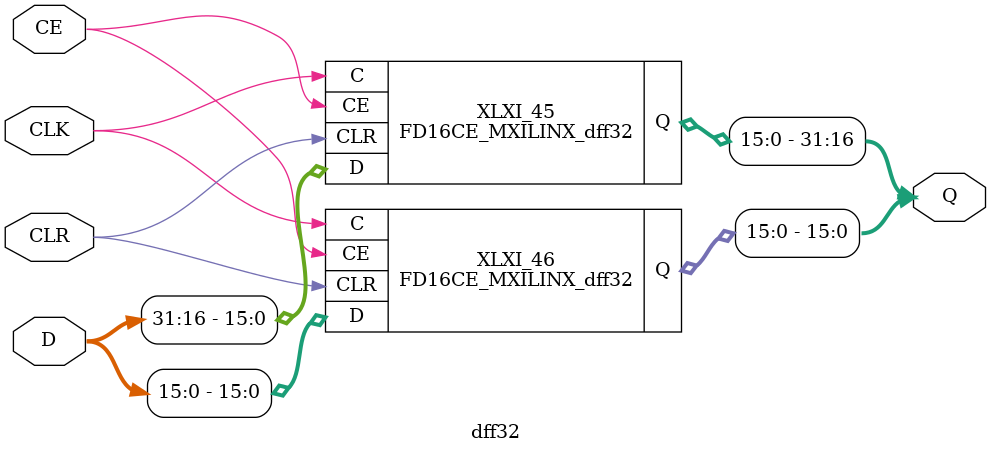
<source format=v>
`timescale 1ns / 1ps

module FD16CE_MXILINX_dff32(C, 
                            CE, 
                            CLR, 
                            D, 
                            Q);

    input C;
    input CE;
    input CLR;
    input [15:0] D;
   output [15:0] Q;
   
   
   FDCE I_Q0 (.C(C), 
              .CE(CE), 
              .CLR(CLR), 
              .D(D[0]), 
              .Q(Q[0]));
   defparam I_Q0.INIT = 1'b0;
   FDCE I_Q1 (.C(C), 
              .CE(CE), 
              .CLR(CLR), 
              .D(D[1]), 
              .Q(Q[1]));
   defparam I_Q1.INIT = 1'b0;
   FDCE I_Q2 (.C(C), 
              .CE(CE), 
              .CLR(CLR), 
              .D(D[2]), 
              .Q(Q[2]));
   defparam I_Q2.INIT = 1'b0;
   FDCE I_Q3 (.C(C), 
              .CE(CE), 
              .CLR(CLR), 
              .D(D[3]), 
              .Q(Q[3]));
   defparam I_Q3.INIT = 1'b0;
   FDCE I_Q4 (.C(C), 
              .CE(CE), 
              .CLR(CLR), 
              .D(D[4]), 
              .Q(Q[4]));
   defparam I_Q4.INIT = 1'b0;
   FDCE I_Q5 (.C(C), 
              .CE(CE), 
              .CLR(CLR), 
              .D(D[5]), 
              .Q(Q[5]));
   defparam I_Q5.INIT = 1'b0;
   FDCE I_Q6 (.C(C), 
              .CE(CE), 
              .CLR(CLR), 
              .D(D[6]), 
              .Q(Q[6]));
   defparam I_Q6.INIT = 1'b0;
   FDCE I_Q7 (.C(C), 
              .CE(CE), 
              .CLR(CLR), 
              .D(D[7]), 
              .Q(Q[7]));
   defparam I_Q7.INIT = 1'b0;
   FDCE I_Q8 (.C(C), 
              .CE(CE), 
              .CLR(CLR), 
              .D(D[8]), 
              .Q(Q[8]));
   defparam I_Q8.INIT = 1'b0;
   FDCE I_Q9 (.C(C), 
              .CE(CE), 
              .CLR(CLR), 
              .D(D[9]), 
              .Q(Q[9]));
   defparam I_Q9.INIT = 1'b0;
   FDCE I_Q10 (.C(C), 
               .CE(CE), 
               .CLR(CLR), 
               .D(D[10]), 
               .Q(Q[10]));
   defparam I_Q10.INIT = 1'b0;
   FDCE I_Q11 (.C(C), 
               .CE(CE), 
               .CLR(CLR), 
               .D(D[11]), 
               .Q(Q[11]));
   defparam I_Q11.INIT = 1'b0;
   FDCE I_Q12 (.C(C), 
               .CE(CE), 
               .CLR(CLR), 
               .D(D[12]), 
               .Q(Q[12]));
   defparam I_Q12.INIT = 1'b0;
   FDCE I_Q13 (.C(C), 
               .CE(CE), 
               .CLR(CLR), 
               .D(D[13]), 
               .Q(Q[13]));
   defparam I_Q13.INIT = 1'b0;
   FDCE I_Q14 (.C(C), 
               .CE(CE), 
               .CLR(CLR), 
               .D(D[14]), 
               .Q(Q[14]));
   defparam I_Q14.INIT = 1'b0;
   FDCE I_Q15 (.C(C), 
               .CE(CE), 
               .CLR(CLR), 
               .D(D[15]), 
               .Q(Q[15]));
   defparam I_Q15.INIT = 1'b0;
endmodule
`timescale 1ns / 1ps

module dff32(CE, 
             CLK, 
             CLR, 
             D, 
             Q);

    input CE;
    input CLK;
    input CLR;
    input [31:0] D;
   output [31:0] Q;
   
   
   FD16CE_MXILINX_dff32 XLXI_45 (.C(CLK), 
                                 .CE(CE), 
                                 .CLR(CLR), 
                                 .D(D[31:16]), 
                                 .Q(Q[31:16]));
   // synthesis attribute HU_SET of XLXI_45 is "XLXI_45_0"
   FD16CE_MXILINX_dff32 XLXI_46 (.C(CLK), 
                                 .CE(CE), 
                                 .CLR(CLR), 
                                 .D(D[15:0]), 
                                 .Q(Q[15:0]));
   // synthesis attribute HU_SET of XLXI_46 is "XLXI_46_1"
endmodule

</source>
